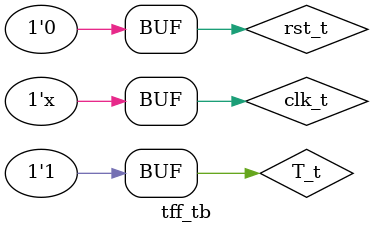
<source format=v>
module tff_tb;
    reg clk_t, rst_t, T_t;
    wire Tout_t;

    tff dut(.clk(clk_t), .rst(rst_t), .T(T_t), .Tout(Tout_t));

    initial begin
        clk_t = 1'b0;
        rst_t = 1'b1;
        #20 rst_t = 1'b0;
        T_t = 1'b0;
        #20 T_t = 1'b1;
    end

    always #10 clk_t = ~clk_t;

endmodule

</source>
